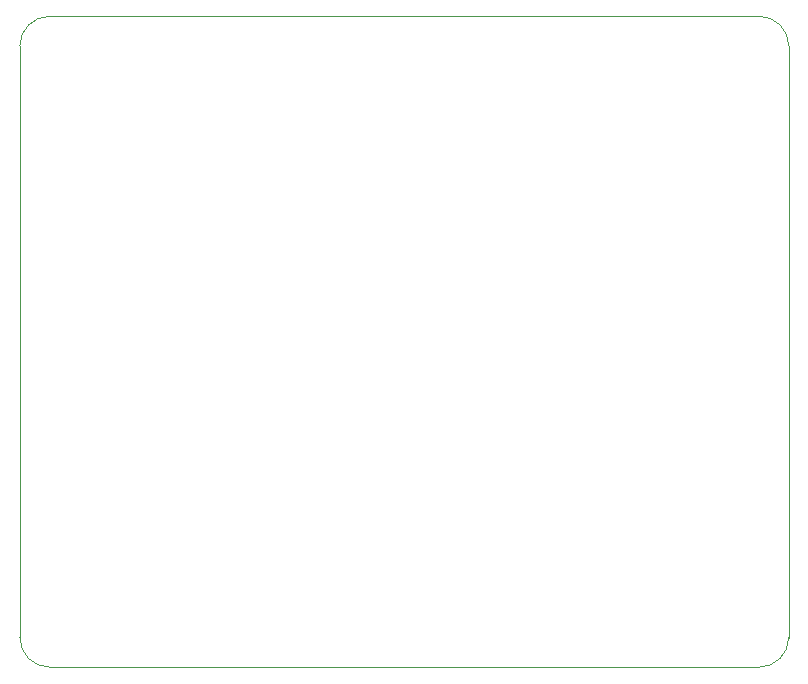
<source format=gbr>
%TF.GenerationSoftware,KiCad,Pcbnew,7.0.5-7.0.5~ubuntu22.04.1*%
%TF.CreationDate,2023-06-06T15:21:38+02:00*%
%TF.ProjectId,sao_eprom_v2,73616f5f-6570-4726-9f6d-5f76322e6b69,rev?*%
%TF.SameCoordinates,Original*%
%TF.FileFunction,Profile,NP*%
%FSLAX46Y46*%
G04 Gerber Fmt 4.6, Leading zero omitted, Abs format (unit mm)*
G04 Created by KiCad (PCBNEW 7.0.5-7.0.5~ubuntu22.04.1) date 2023-06-06 15:21:38*
%MOMM*%
%LPD*%
G01*
G04 APERTURE LIST*
%TA.AperFunction,Profile*%
%ADD10C,0.100000*%
%TD*%
G04 APERTURE END LIST*
D10*
X127150000Y-30250000D02*
G75*
G03*
X124650000Y-32750000I0J-2500000D01*
G01*
X187250000Y-30250000D02*
X127150000Y-30250000D01*
X124650000Y-82850000D02*
X124650000Y-32750000D01*
X187250000Y-85350000D02*
X127150000Y-85350000D01*
X187250000Y-85350000D02*
G75*
G03*
X189750000Y-82850000I0J2500000D01*
G01*
X189750000Y-32750000D02*
G75*
G03*
X187250000Y-30250000I-2500000J0D01*
G01*
X189750000Y-82850000D02*
X189750000Y-32750000D01*
X124650000Y-82850000D02*
G75*
G03*
X127150000Y-85350000I2500000J0D01*
G01*
M02*

</source>
